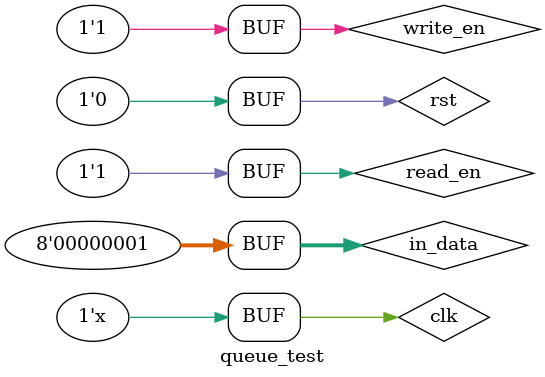
<source format=v>
`timescale 1ns / 1ps


module queue_test;

	// Inputs
	reg clk;
	reg rst;
	reg [7:0] in_data;
	reg read_en;
	reg write_en;

	// Outputs
	wire [7:0] out_data;
	wire empty;

	// Instantiate the Unit Under Test (UUT)
	queue uut (
		.clk(clk), 
		.rst(rst), 
		.in_data(in_data), 
		.out_data(out_data), 
		.read_en(read_en),
		.write_en(write_en),
		.empty(empty)
	);
always #1 clk=~clk;
	initial begin
		// Initialize Inputs
		clk = 0;
		rst = 1;
		in_data = 0;
		read_en = 0;
		write_en=0;
		#10
		rst=0;
		write_en=1;
		in_data=8'd7;
		#2
		in_data=8'd1;
		#10
		read_en=1;
		#10
		read_en=0;
		#10
		read_en=1;
		#22
		read_en=0;
		#2
		read_en=1;
		// Wait 100 ns for global reset to finish
		#200;
        
		// Add stimulus here

	end
      
endmodule


</source>
